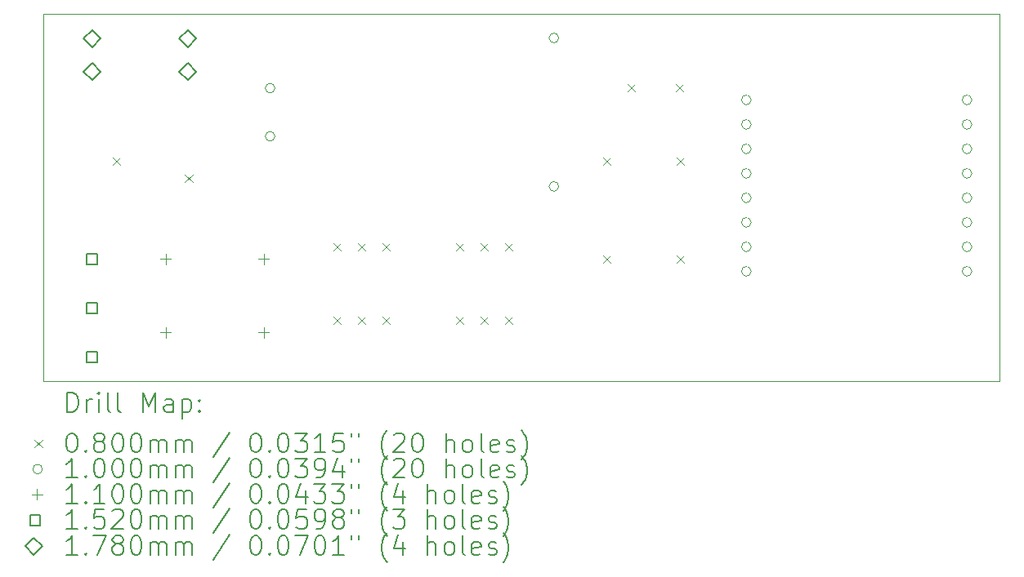
<source format=gbr>
%FSLAX45Y45*%
G04 Gerber Fmt 4.5, Leading zero omitted, Abs format (unit mm)*
G04 Created by KiCad (PCBNEW 6.0.2+dfsg-1) date 2023-09-22 14:52:35*
%MOMM*%
%LPD*%
G01*
G04 APERTURE LIST*
%TA.AperFunction,Profile*%
%ADD10C,0.100000*%
%TD*%
%ADD11C,0.200000*%
%ADD12C,0.080000*%
%ADD13C,0.100000*%
%ADD14C,0.110000*%
%ADD15C,0.152000*%
%ADD16C,0.178000*%
G04 APERTURE END LIST*
D10*
X1270000Y-1270000D02*
X11176000Y-1270000D01*
X11176000Y-5080000D02*
X1270000Y-5080000D01*
X11176000Y-1270000D02*
X11176000Y-5080000D01*
X1270000Y-5080000D02*
X1270000Y-1270000D01*
D11*
D12*
X1992000Y-2754000D02*
X2072000Y-2834000D01*
X2072000Y-2754000D02*
X1992000Y-2834000D01*
X2742000Y-2934000D02*
X2822000Y-3014000D01*
X2822000Y-2934000D02*
X2742000Y-3014000D01*
X4276500Y-3644000D02*
X4356500Y-3724000D01*
X4356500Y-3644000D02*
X4276500Y-3724000D01*
X4276500Y-4406000D02*
X4356500Y-4486000D01*
X4356500Y-4406000D02*
X4276500Y-4486000D01*
X4530500Y-3644000D02*
X4610500Y-3724000D01*
X4610500Y-3644000D02*
X4530500Y-3724000D01*
X4530500Y-4406000D02*
X4610500Y-4486000D01*
X4610500Y-4406000D02*
X4530500Y-4486000D01*
X4784500Y-3644000D02*
X4864500Y-3724000D01*
X4864500Y-3644000D02*
X4784500Y-3724000D01*
X4784500Y-4406000D02*
X4864500Y-4486000D01*
X4864500Y-4406000D02*
X4784500Y-4486000D01*
X5546500Y-3644000D02*
X5626500Y-3724000D01*
X5626500Y-3644000D02*
X5546500Y-3724000D01*
X5546500Y-4406000D02*
X5626500Y-4486000D01*
X5626500Y-4406000D02*
X5546500Y-4486000D01*
X5800500Y-3644000D02*
X5880500Y-3724000D01*
X5880500Y-3644000D02*
X5800500Y-3724000D01*
X5800500Y-4406000D02*
X5880500Y-4486000D01*
X5880500Y-4406000D02*
X5800500Y-4486000D01*
X6054500Y-3644000D02*
X6134500Y-3724000D01*
X6134500Y-3644000D02*
X6054500Y-3724000D01*
X6054500Y-4406000D02*
X6134500Y-4486000D01*
X6134500Y-4406000D02*
X6054500Y-4486000D01*
X7072000Y-2754000D02*
X7152000Y-2834000D01*
X7152000Y-2754000D02*
X7072000Y-2834000D01*
X7072000Y-3770000D02*
X7152000Y-3850000D01*
X7152000Y-3770000D02*
X7072000Y-3850000D01*
X7326000Y-1992000D02*
X7406000Y-2072000D01*
X7406000Y-1992000D02*
X7326000Y-2072000D01*
X7826000Y-1992000D02*
X7906000Y-2072000D01*
X7906000Y-1992000D02*
X7826000Y-2072000D01*
X7834000Y-2754000D02*
X7914000Y-2834000D01*
X7914000Y-2754000D02*
X7834000Y-2834000D01*
X7834000Y-3770000D02*
X7914000Y-3850000D01*
X7914000Y-3770000D02*
X7834000Y-3850000D01*
D13*
X3673750Y-2036000D02*
G75*
G03*
X3673750Y-2036000I-50000J0D01*
G01*
X3673750Y-2536000D02*
G75*
G03*
X3673750Y-2536000I-50000J0D01*
G01*
X6613750Y-1516000D02*
G75*
G03*
X6613750Y-1516000I-50000J0D01*
G01*
X6613750Y-3056000D02*
G75*
G03*
X6613750Y-3056000I-50000J0D01*
G01*
X8607500Y-2159000D02*
G75*
G03*
X8607500Y-2159000I-50000J0D01*
G01*
X8607500Y-2413000D02*
G75*
G03*
X8607500Y-2413000I-50000J0D01*
G01*
X8607500Y-2667000D02*
G75*
G03*
X8607500Y-2667000I-50000J0D01*
G01*
X8607500Y-2921000D02*
G75*
G03*
X8607500Y-2921000I-50000J0D01*
G01*
X8607500Y-3175000D02*
G75*
G03*
X8607500Y-3175000I-50000J0D01*
G01*
X8607500Y-3429000D02*
G75*
G03*
X8607500Y-3429000I-50000J0D01*
G01*
X8607500Y-3683000D02*
G75*
G03*
X8607500Y-3683000I-50000J0D01*
G01*
X8607500Y-3937000D02*
G75*
G03*
X8607500Y-3937000I-50000J0D01*
G01*
X10893500Y-2159000D02*
G75*
G03*
X10893500Y-2159000I-50000J0D01*
G01*
X10893500Y-2413000D02*
G75*
G03*
X10893500Y-2413000I-50000J0D01*
G01*
X10893500Y-2667000D02*
G75*
G03*
X10893500Y-2667000I-50000J0D01*
G01*
X10893500Y-2921000D02*
G75*
G03*
X10893500Y-2921000I-50000J0D01*
G01*
X10893500Y-3175000D02*
G75*
G03*
X10893500Y-3175000I-50000J0D01*
G01*
X10893500Y-3429000D02*
G75*
G03*
X10893500Y-3429000I-50000J0D01*
G01*
X10893500Y-3683000D02*
G75*
G03*
X10893500Y-3683000I-50000J0D01*
G01*
X10893500Y-3937000D02*
G75*
G03*
X10893500Y-3937000I-50000J0D01*
G01*
D14*
X2540000Y-3755000D02*
X2540000Y-3865000D01*
X2485000Y-3810000D02*
X2595000Y-3810000D01*
X2540000Y-4517000D02*
X2540000Y-4627000D01*
X2485000Y-4572000D02*
X2595000Y-4572000D01*
X3556000Y-3755000D02*
X3556000Y-3865000D01*
X3501000Y-3810000D02*
X3611000Y-3810000D01*
X3556000Y-4517000D02*
X3556000Y-4627000D01*
X3501000Y-4572000D02*
X3611000Y-4572000D01*
D15*
X1831741Y-3863741D02*
X1831741Y-3756259D01*
X1724259Y-3756259D01*
X1724259Y-3863741D01*
X1831741Y-3863741D01*
X1831741Y-4371741D02*
X1831741Y-4264259D01*
X1724259Y-4264259D01*
X1724259Y-4371741D01*
X1831741Y-4371741D01*
X1831741Y-4879741D02*
X1831741Y-4772259D01*
X1724259Y-4772259D01*
X1724259Y-4879741D01*
X1831741Y-4879741D01*
D16*
X1778000Y-1613000D02*
X1867000Y-1524000D01*
X1778000Y-1435000D01*
X1689000Y-1524000D01*
X1778000Y-1613000D01*
X1778000Y-1953000D02*
X1867000Y-1864000D01*
X1778000Y-1775000D01*
X1689000Y-1864000D01*
X1778000Y-1953000D01*
X2770000Y-1613000D02*
X2859000Y-1524000D01*
X2770000Y-1435000D01*
X2681000Y-1524000D01*
X2770000Y-1613000D01*
X2770000Y-1953000D02*
X2859000Y-1864000D01*
X2770000Y-1775000D01*
X2681000Y-1864000D01*
X2770000Y-1953000D01*
D11*
X1522619Y-5395476D02*
X1522619Y-5195476D01*
X1570238Y-5195476D01*
X1598809Y-5205000D01*
X1617857Y-5224048D01*
X1627381Y-5243095D01*
X1636905Y-5281190D01*
X1636905Y-5309762D01*
X1627381Y-5347857D01*
X1617857Y-5366905D01*
X1598809Y-5385952D01*
X1570238Y-5395476D01*
X1522619Y-5395476D01*
X1722619Y-5395476D02*
X1722619Y-5262143D01*
X1722619Y-5300238D02*
X1732143Y-5281190D01*
X1741667Y-5271667D01*
X1760714Y-5262143D01*
X1779762Y-5262143D01*
X1846428Y-5395476D02*
X1846428Y-5262143D01*
X1846428Y-5195476D02*
X1836905Y-5205000D01*
X1846428Y-5214524D01*
X1855952Y-5205000D01*
X1846428Y-5195476D01*
X1846428Y-5214524D01*
X1970238Y-5395476D02*
X1951190Y-5385952D01*
X1941667Y-5366905D01*
X1941667Y-5195476D01*
X2075000Y-5395476D02*
X2055952Y-5385952D01*
X2046428Y-5366905D01*
X2046428Y-5195476D01*
X2303571Y-5395476D02*
X2303571Y-5195476D01*
X2370238Y-5338333D01*
X2436905Y-5195476D01*
X2436905Y-5395476D01*
X2617857Y-5395476D02*
X2617857Y-5290714D01*
X2608333Y-5271667D01*
X2589286Y-5262143D01*
X2551190Y-5262143D01*
X2532143Y-5271667D01*
X2617857Y-5385952D02*
X2598810Y-5395476D01*
X2551190Y-5395476D01*
X2532143Y-5385952D01*
X2522619Y-5366905D01*
X2522619Y-5347857D01*
X2532143Y-5328810D01*
X2551190Y-5319286D01*
X2598810Y-5319286D01*
X2617857Y-5309762D01*
X2713095Y-5262143D02*
X2713095Y-5462143D01*
X2713095Y-5271667D02*
X2732143Y-5262143D01*
X2770238Y-5262143D01*
X2789286Y-5271667D01*
X2798809Y-5281190D01*
X2808333Y-5300238D01*
X2808333Y-5357381D01*
X2798809Y-5376429D01*
X2789286Y-5385952D01*
X2770238Y-5395476D01*
X2732143Y-5395476D01*
X2713095Y-5385952D01*
X2894048Y-5376429D02*
X2903571Y-5385952D01*
X2894048Y-5395476D01*
X2884524Y-5385952D01*
X2894048Y-5376429D01*
X2894048Y-5395476D01*
X2894048Y-5271667D02*
X2903571Y-5281190D01*
X2894048Y-5290714D01*
X2884524Y-5281190D01*
X2894048Y-5271667D01*
X2894048Y-5290714D01*
D12*
X1185000Y-5685000D02*
X1265000Y-5765000D01*
X1265000Y-5685000D02*
X1185000Y-5765000D01*
D11*
X1560714Y-5615476D02*
X1579762Y-5615476D01*
X1598809Y-5625000D01*
X1608333Y-5634524D01*
X1617857Y-5653571D01*
X1627381Y-5691667D01*
X1627381Y-5739286D01*
X1617857Y-5777381D01*
X1608333Y-5796428D01*
X1598809Y-5805952D01*
X1579762Y-5815476D01*
X1560714Y-5815476D01*
X1541667Y-5805952D01*
X1532143Y-5796428D01*
X1522619Y-5777381D01*
X1513095Y-5739286D01*
X1513095Y-5691667D01*
X1522619Y-5653571D01*
X1532143Y-5634524D01*
X1541667Y-5625000D01*
X1560714Y-5615476D01*
X1713095Y-5796428D02*
X1722619Y-5805952D01*
X1713095Y-5815476D01*
X1703571Y-5805952D01*
X1713095Y-5796428D01*
X1713095Y-5815476D01*
X1836905Y-5701190D02*
X1817857Y-5691667D01*
X1808333Y-5682143D01*
X1798809Y-5663095D01*
X1798809Y-5653571D01*
X1808333Y-5634524D01*
X1817857Y-5625000D01*
X1836905Y-5615476D01*
X1875000Y-5615476D01*
X1894048Y-5625000D01*
X1903571Y-5634524D01*
X1913095Y-5653571D01*
X1913095Y-5663095D01*
X1903571Y-5682143D01*
X1894048Y-5691667D01*
X1875000Y-5701190D01*
X1836905Y-5701190D01*
X1817857Y-5710714D01*
X1808333Y-5720238D01*
X1798809Y-5739286D01*
X1798809Y-5777381D01*
X1808333Y-5796428D01*
X1817857Y-5805952D01*
X1836905Y-5815476D01*
X1875000Y-5815476D01*
X1894048Y-5805952D01*
X1903571Y-5796428D01*
X1913095Y-5777381D01*
X1913095Y-5739286D01*
X1903571Y-5720238D01*
X1894048Y-5710714D01*
X1875000Y-5701190D01*
X2036905Y-5615476D02*
X2055952Y-5615476D01*
X2075000Y-5625000D01*
X2084524Y-5634524D01*
X2094048Y-5653571D01*
X2103571Y-5691667D01*
X2103571Y-5739286D01*
X2094048Y-5777381D01*
X2084524Y-5796428D01*
X2075000Y-5805952D01*
X2055952Y-5815476D01*
X2036905Y-5815476D01*
X2017857Y-5805952D01*
X2008333Y-5796428D01*
X1998809Y-5777381D01*
X1989286Y-5739286D01*
X1989286Y-5691667D01*
X1998809Y-5653571D01*
X2008333Y-5634524D01*
X2017857Y-5625000D01*
X2036905Y-5615476D01*
X2227381Y-5615476D02*
X2246429Y-5615476D01*
X2265476Y-5625000D01*
X2275000Y-5634524D01*
X2284524Y-5653571D01*
X2294048Y-5691667D01*
X2294048Y-5739286D01*
X2284524Y-5777381D01*
X2275000Y-5796428D01*
X2265476Y-5805952D01*
X2246429Y-5815476D01*
X2227381Y-5815476D01*
X2208333Y-5805952D01*
X2198810Y-5796428D01*
X2189286Y-5777381D01*
X2179762Y-5739286D01*
X2179762Y-5691667D01*
X2189286Y-5653571D01*
X2198810Y-5634524D01*
X2208333Y-5625000D01*
X2227381Y-5615476D01*
X2379762Y-5815476D02*
X2379762Y-5682143D01*
X2379762Y-5701190D02*
X2389286Y-5691667D01*
X2408333Y-5682143D01*
X2436905Y-5682143D01*
X2455952Y-5691667D01*
X2465476Y-5710714D01*
X2465476Y-5815476D01*
X2465476Y-5710714D02*
X2475000Y-5691667D01*
X2494048Y-5682143D01*
X2522619Y-5682143D01*
X2541667Y-5691667D01*
X2551190Y-5710714D01*
X2551190Y-5815476D01*
X2646429Y-5815476D02*
X2646429Y-5682143D01*
X2646429Y-5701190D02*
X2655952Y-5691667D01*
X2675000Y-5682143D01*
X2703571Y-5682143D01*
X2722619Y-5691667D01*
X2732143Y-5710714D01*
X2732143Y-5815476D01*
X2732143Y-5710714D02*
X2741667Y-5691667D01*
X2760714Y-5682143D01*
X2789286Y-5682143D01*
X2808333Y-5691667D01*
X2817857Y-5710714D01*
X2817857Y-5815476D01*
X3208333Y-5605952D02*
X3036905Y-5863095D01*
X3465476Y-5615476D02*
X3484524Y-5615476D01*
X3503571Y-5625000D01*
X3513095Y-5634524D01*
X3522619Y-5653571D01*
X3532143Y-5691667D01*
X3532143Y-5739286D01*
X3522619Y-5777381D01*
X3513095Y-5796428D01*
X3503571Y-5805952D01*
X3484524Y-5815476D01*
X3465476Y-5815476D01*
X3446428Y-5805952D01*
X3436905Y-5796428D01*
X3427381Y-5777381D01*
X3417857Y-5739286D01*
X3417857Y-5691667D01*
X3427381Y-5653571D01*
X3436905Y-5634524D01*
X3446428Y-5625000D01*
X3465476Y-5615476D01*
X3617857Y-5796428D02*
X3627381Y-5805952D01*
X3617857Y-5815476D01*
X3608333Y-5805952D01*
X3617857Y-5796428D01*
X3617857Y-5815476D01*
X3751190Y-5615476D02*
X3770238Y-5615476D01*
X3789286Y-5625000D01*
X3798809Y-5634524D01*
X3808333Y-5653571D01*
X3817857Y-5691667D01*
X3817857Y-5739286D01*
X3808333Y-5777381D01*
X3798809Y-5796428D01*
X3789286Y-5805952D01*
X3770238Y-5815476D01*
X3751190Y-5815476D01*
X3732143Y-5805952D01*
X3722619Y-5796428D01*
X3713095Y-5777381D01*
X3703571Y-5739286D01*
X3703571Y-5691667D01*
X3713095Y-5653571D01*
X3722619Y-5634524D01*
X3732143Y-5625000D01*
X3751190Y-5615476D01*
X3884524Y-5615476D02*
X4008333Y-5615476D01*
X3941667Y-5691667D01*
X3970238Y-5691667D01*
X3989286Y-5701190D01*
X3998809Y-5710714D01*
X4008333Y-5729762D01*
X4008333Y-5777381D01*
X3998809Y-5796428D01*
X3989286Y-5805952D01*
X3970238Y-5815476D01*
X3913095Y-5815476D01*
X3894048Y-5805952D01*
X3884524Y-5796428D01*
X4198810Y-5815476D02*
X4084524Y-5815476D01*
X4141667Y-5815476D02*
X4141667Y-5615476D01*
X4122619Y-5644048D01*
X4103571Y-5663095D01*
X4084524Y-5672619D01*
X4379762Y-5615476D02*
X4284524Y-5615476D01*
X4275000Y-5710714D01*
X4284524Y-5701190D01*
X4303571Y-5691667D01*
X4351190Y-5691667D01*
X4370238Y-5701190D01*
X4379762Y-5710714D01*
X4389286Y-5729762D01*
X4389286Y-5777381D01*
X4379762Y-5796428D01*
X4370238Y-5805952D01*
X4351190Y-5815476D01*
X4303571Y-5815476D01*
X4284524Y-5805952D01*
X4275000Y-5796428D01*
X4465476Y-5615476D02*
X4465476Y-5653571D01*
X4541667Y-5615476D02*
X4541667Y-5653571D01*
X4836905Y-5891667D02*
X4827381Y-5882143D01*
X4808333Y-5853571D01*
X4798810Y-5834524D01*
X4789286Y-5805952D01*
X4779762Y-5758333D01*
X4779762Y-5720238D01*
X4789286Y-5672619D01*
X4798810Y-5644048D01*
X4808333Y-5625000D01*
X4827381Y-5596428D01*
X4836905Y-5586905D01*
X4903571Y-5634524D02*
X4913095Y-5625000D01*
X4932143Y-5615476D01*
X4979762Y-5615476D01*
X4998810Y-5625000D01*
X5008333Y-5634524D01*
X5017857Y-5653571D01*
X5017857Y-5672619D01*
X5008333Y-5701190D01*
X4894048Y-5815476D01*
X5017857Y-5815476D01*
X5141667Y-5615476D02*
X5160714Y-5615476D01*
X5179762Y-5625000D01*
X5189286Y-5634524D01*
X5198810Y-5653571D01*
X5208333Y-5691667D01*
X5208333Y-5739286D01*
X5198810Y-5777381D01*
X5189286Y-5796428D01*
X5179762Y-5805952D01*
X5160714Y-5815476D01*
X5141667Y-5815476D01*
X5122619Y-5805952D01*
X5113095Y-5796428D01*
X5103571Y-5777381D01*
X5094048Y-5739286D01*
X5094048Y-5691667D01*
X5103571Y-5653571D01*
X5113095Y-5634524D01*
X5122619Y-5625000D01*
X5141667Y-5615476D01*
X5446429Y-5815476D02*
X5446429Y-5615476D01*
X5532143Y-5815476D02*
X5532143Y-5710714D01*
X5522619Y-5691667D01*
X5503571Y-5682143D01*
X5475000Y-5682143D01*
X5455952Y-5691667D01*
X5446429Y-5701190D01*
X5655952Y-5815476D02*
X5636905Y-5805952D01*
X5627381Y-5796428D01*
X5617857Y-5777381D01*
X5617857Y-5720238D01*
X5627381Y-5701190D01*
X5636905Y-5691667D01*
X5655952Y-5682143D01*
X5684524Y-5682143D01*
X5703571Y-5691667D01*
X5713095Y-5701190D01*
X5722619Y-5720238D01*
X5722619Y-5777381D01*
X5713095Y-5796428D01*
X5703571Y-5805952D01*
X5684524Y-5815476D01*
X5655952Y-5815476D01*
X5836905Y-5815476D02*
X5817857Y-5805952D01*
X5808333Y-5786905D01*
X5808333Y-5615476D01*
X5989286Y-5805952D02*
X5970238Y-5815476D01*
X5932143Y-5815476D01*
X5913095Y-5805952D01*
X5903571Y-5786905D01*
X5903571Y-5710714D01*
X5913095Y-5691667D01*
X5932143Y-5682143D01*
X5970238Y-5682143D01*
X5989286Y-5691667D01*
X5998809Y-5710714D01*
X5998809Y-5729762D01*
X5903571Y-5748809D01*
X6075000Y-5805952D02*
X6094048Y-5815476D01*
X6132143Y-5815476D01*
X6151190Y-5805952D01*
X6160714Y-5786905D01*
X6160714Y-5777381D01*
X6151190Y-5758333D01*
X6132143Y-5748809D01*
X6103571Y-5748809D01*
X6084524Y-5739286D01*
X6075000Y-5720238D01*
X6075000Y-5710714D01*
X6084524Y-5691667D01*
X6103571Y-5682143D01*
X6132143Y-5682143D01*
X6151190Y-5691667D01*
X6227381Y-5891667D02*
X6236905Y-5882143D01*
X6255952Y-5853571D01*
X6265476Y-5834524D01*
X6275000Y-5805952D01*
X6284524Y-5758333D01*
X6284524Y-5720238D01*
X6275000Y-5672619D01*
X6265476Y-5644048D01*
X6255952Y-5625000D01*
X6236905Y-5596428D01*
X6227381Y-5586905D01*
D13*
X1265000Y-5989000D02*
G75*
G03*
X1265000Y-5989000I-50000J0D01*
G01*
D11*
X1627381Y-6079476D02*
X1513095Y-6079476D01*
X1570238Y-6079476D02*
X1570238Y-5879476D01*
X1551190Y-5908048D01*
X1532143Y-5927095D01*
X1513095Y-5936619D01*
X1713095Y-6060428D02*
X1722619Y-6069952D01*
X1713095Y-6079476D01*
X1703571Y-6069952D01*
X1713095Y-6060428D01*
X1713095Y-6079476D01*
X1846428Y-5879476D02*
X1865476Y-5879476D01*
X1884524Y-5889000D01*
X1894048Y-5898524D01*
X1903571Y-5917571D01*
X1913095Y-5955667D01*
X1913095Y-6003286D01*
X1903571Y-6041381D01*
X1894048Y-6060428D01*
X1884524Y-6069952D01*
X1865476Y-6079476D01*
X1846428Y-6079476D01*
X1827381Y-6069952D01*
X1817857Y-6060428D01*
X1808333Y-6041381D01*
X1798809Y-6003286D01*
X1798809Y-5955667D01*
X1808333Y-5917571D01*
X1817857Y-5898524D01*
X1827381Y-5889000D01*
X1846428Y-5879476D01*
X2036905Y-5879476D02*
X2055952Y-5879476D01*
X2075000Y-5889000D01*
X2084524Y-5898524D01*
X2094048Y-5917571D01*
X2103571Y-5955667D01*
X2103571Y-6003286D01*
X2094048Y-6041381D01*
X2084524Y-6060428D01*
X2075000Y-6069952D01*
X2055952Y-6079476D01*
X2036905Y-6079476D01*
X2017857Y-6069952D01*
X2008333Y-6060428D01*
X1998809Y-6041381D01*
X1989286Y-6003286D01*
X1989286Y-5955667D01*
X1998809Y-5917571D01*
X2008333Y-5898524D01*
X2017857Y-5889000D01*
X2036905Y-5879476D01*
X2227381Y-5879476D02*
X2246429Y-5879476D01*
X2265476Y-5889000D01*
X2275000Y-5898524D01*
X2284524Y-5917571D01*
X2294048Y-5955667D01*
X2294048Y-6003286D01*
X2284524Y-6041381D01*
X2275000Y-6060428D01*
X2265476Y-6069952D01*
X2246429Y-6079476D01*
X2227381Y-6079476D01*
X2208333Y-6069952D01*
X2198810Y-6060428D01*
X2189286Y-6041381D01*
X2179762Y-6003286D01*
X2179762Y-5955667D01*
X2189286Y-5917571D01*
X2198810Y-5898524D01*
X2208333Y-5889000D01*
X2227381Y-5879476D01*
X2379762Y-6079476D02*
X2379762Y-5946143D01*
X2379762Y-5965190D02*
X2389286Y-5955667D01*
X2408333Y-5946143D01*
X2436905Y-5946143D01*
X2455952Y-5955667D01*
X2465476Y-5974714D01*
X2465476Y-6079476D01*
X2465476Y-5974714D02*
X2475000Y-5955667D01*
X2494048Y-5946143D01*
X2522619Y-5946143D01*
X2541667Y-5955667D01*
X2551190Y-5974714D01*
X2551190Y-6079476D01*
X2646429Y-6079476D02*
X2646429Y-5946143D01*
X2646429Y-5965190D02*
X2655952Y-5955667D01*
X2675000Y-5946143D01*
X2703571Y-5946143D01*
X2722619Y-5955667D01*
X2732143Y-5974714D01*
X2732143Y-6079476D01*
X2732143Y-5974714D02*
X2741667Y-5955667D01*
X2760714Y-5946143D01*
X2789286Y-5946143D01*
X2808333Y-5955667D01*
X2817857Y-5974714D01*
X2817857Y-6079476D01*
X3208333Y-5869952D02*
X3036905Y-6127095D01*
X3465476Y-5879476D02*
X3484524Y-5879476D01*
X3503571Y-5889000D01*
X3513095Y-5898524D01*
X3522619Y-5917571D01*
X3532143Y-5955667D01*
X3532143Y-6003286D01*
X3522619Y-6041381D01*
X3513095Y-6060428D01*
X3503571Y-6069952D01*
X3484524Y-6079476D01*
X3465476Y-6079476D01*
X3446428Y-6069952D01*
X3436905Y-6060428D01*
X3427381Y-6041381D01*
X3417857Y-6003286D01*
X3417857Y-5955667D01*
X3427381Y-5917571D01*
X3436905Y-5898524D01*
X3446428Y-5889000D01*
X3465476Y-5879476D01*
X3617857Y-6060428D02*
X3627381Y-6069952D01*
X3617857Y-6079476D01*
X3608333Y-6069952D01*
X3617857Y-6060428D01*
X3617857Y-6079476D01*
X3751190Y-5879476D02*
X3770238Y-5879476D01*
X3789286Y-5889000D01*
X3798809Y-5898524D01*
X3808333Y-5917571D01*
X3817857Y-5955667D01*
X3817857Y-6003286D01*
X3808333Y-6041381D01*
X3798809Y-6060428D01*
X3789286Y-6069952D01*
X3770238Y-6079476D01*
X3751190Y-6079476D01*
X3732143Y-6069952D01*
X3722619Y-6060428D01*
X3713095Y-6041381D01*
X3703571Y-6003286D01*
X3703571Y-5955667D01*
X3713095Y-5917571D01*
X3722619Y-5898524D01*
X3732143Y-5889000D01*
X3751190Y-5879476D01*
X3884524Y-5879476D02*
X4008333Y-5879476D01*
X3941667Y-5955667D01*
X3970238Y-5955667D01*
X3989286Y-5965190D01*
X3998809Y-5974714D01*
X4008333Y-5993762D01*
X4008333Y-6041381D01*
X3998809Y-6060428D01*
X3989286Y-6069952D01*
X3970238Y-6079476D01*
X3913095Y-6079476D01*
X3894048Y-6069952D01*
X3884524Y-6060428D01*
X4103571Y-6079476D02*
X4141667Y-6079476D01*
X4160714Y-6069952D01*
X4170238Y-6060428D01*
X4189286Y-6031857D01*
X4198810Y-5993762D01*
X4198810Y-5917571D01*
X4189286Y-5898524D01*
X4179762Y-5889000D01*
X4160714Y-5879476D01*
X4122619Y-5879476D01*
X4103571Y-5889000D01*
X4094048Y-5898524D01*
X4084524Y-5917571D01*
X4084524Y-5965190D01*
X4094048Y-5984238D01*
X4103571Y-5993762D01*
X4122619Y-6003286D01*
X4160714Y-6003286D01*
X4179762Y-5993762D01*
X4189286Y-5984238D01*
X4198810Y-5965190D01*
X4370238Y-5946143D02*
X4370238Y-6079476D01*
X4322619Y-5869952D02*
X4275000Y-6012809D01*
X4398810Y-6012809D01*
X4465476Y-5879476D02*
X4465476Y-5917571D01*
X4541667Y-5879476D02*
X4541667Y-5917571D01*
X4836905Y-6155667D02*
X4827381Y-6146143D01*
X4808333Y-6117571D01*
X4798810Y-6098524D01*
X4789286Y-6069952D01*
X4779762Y-6022333D01*
X4779762Y-5984238D01*
X4789286Y-5936619D01*
X4798810Y-5908048D01*
X4808333Y-5889000D01*
X4827381Y-5860428D01*
X4836905Y-5850905D01*
X4903571Y-5898524D02*
X4913095Y-5889000D01*
X4932143Y-5879476D01*
X4979762Y-5879476D01*
X4998810Y-5889000D01*
X5008333Y-5898524D01*
X5017857Y-5917571D01*
X5017857Y-5936619D01*
X5008333Y-5965190D01*
X4894048Y-6079476D01*
X5017857Y-6079476D01*
X5141667Y-5879476D02*
X5160714Y-5879476D01*
X5179762Y-5889000D01*
X5189286Y-5898524D01*
X5198810Y-5917571D01*
X5208333Y-5955667D01*
X5208333Y-6003286D01*
X5198810Y-6041381D01*
X5189286Y-6060428D01*
X5179762Y-6069952D01*
X5160714Y-6079476D01*
X5141667Y-6079476D01*
X5122619Y-6069952D01*
X5113095Y-6060428D01*
X5103571Y-6041381D01*
X5094048Y-6003286D01*
X5094048Y-5955667D01*
X5103571Y-5917571D01*
X5113095Y-5898524D01*
X5122619Y-5889000D01*
X5141667Y-5879476D01*
X5446429Y-6079476D02*
X5446429Y-5879476D01*
X5532143Y-6079476D02*
X5532143Y-5974714D01*
X5522619Y-5955667D01*
X5503571Y-5946143D01*
X5475000Y-5946143D01*
X5455952Y-5955667D01*
X5446429Y-5965190D01*
X5655952Y-6079476D02*
X5636905Y-6069952D01*
X5627381Y-6060428D01*
X5617857Y-6041381D01*
X5617857Y-5984238D01*
X5627381Y-5965190D01*
X5636905Y-5955667D01*
X5655952Y-5946143D01*
X5684524Y-5946143D01*
X5703571Y-5955667D01*
X5713095Y-5965190D01*
X5722619Y-5984238D01*
X5722619Y-6041381D01*
X5713095Y-6060428D01*
X5703571Y-6069952D01*
X5684524Y-6079476D01*
X5655952Y-6079476D01*
X5836905Y-6079476D02*
X5817857Y-6069952D01*
X5808333Y-6050905D01*
X5808333Y-5879476D01*
X5989286Y-6069952D02*
X5970238Y-6079476D01*
X5932143Y-6079476D01*
X5913095Y-6069952D01*
X5903571Y-6050905D01*
X5903571Y-5974714D01*
X5913095Y-5955667D01*
X5932143Y-5946143D01*
X5970238Y-5946143D01*
X5989286Y-5955667D01*
X5998809Y-5974714D01*
X5998809Y-5993762D01*
X5903571Y-6012809D01*
X6075000Y-6069952D02*
X6094048Y-6079476D01*
X6132143Y-6079476D01*
X6151190Y-6069952D01*
X6160714Y-6050905D01*
X6160714Y-6041381D01*
X6151190Y-6022333D01*
X6132143Y-6012809D01*
X6103571Y-6012809D01*
X6084524Y-6003286D01*
X6075000Y-5984238D01*
X6075000Y-5974714D01*
X6084524Y-5955667D01*
X6103571Y-5946143D01*
X6132143Y-5946143D01*
X6151190Y-5955667D01*
X6227381Y-6155667D02*
X6236905Y-6146143D01*
X6255952Y-6117571D01*
X6265476Y-6098524D01*
X6275000Y-6069952D01*
X6284524Y-6022333D01*
X6284524Y-5984238D01*
X6275000Y-5936619D01*
X6265476Y-5908048D01*
X6255952Y-5889000D01*
X6236905Y-5860428D01*
X6227381Y-5850905D01*
D14*
X1210000Y-6198000D02*
X1210000Y-6308000D01*
X1155000Y-6253000D02*
X1265000Y-6253000D01*
D11*
X1627381Y-6343476D02*
X1513095Y-6343476D01*
X1570238Y-6343476D02*
X1570238Y-6143476D01*
X1551190Y-6172048D01*
X1532143Y-6191095D01*
X1513095Y-6200619D01*
X1713095Y-6324428D02*
X1722619Y-6333952D01*
X1713095Y-6343476D01*
X1703571Y-6333952D01*
X1713095Y-6324428D01*
X1713095Y-6343476D01*
X1913095Y-6343476D02*
X1798809Y-6343476D01*
X1855952Y-6343476D02*
X1855952Y-6143476D01*
X1836905Y-6172048D01*
X1817857Y-6191095D01*
X1798809Y-6200619D01*
X2036905Y-6143476D02*
X2055952Y-6143476D01*
X2075000Y-6153000D01*
X2084524Y-6162524D01*
X2094048Y-6181571D01*
X2103571Y-6219667D01*
X2103571Y-6267286D01*
X2094048Y-6305381D01*
X2084524Y-6324428D01*
X2075000Y-6333952D01*
X2055952Y-6343476D01*
X2036905Y-6343476D01*
X2017857Y-6333952D01*
X2008333Y-6324428D01*
X1998809Y-6305381D01*
X1989286Y-6267286D01*
X1989286Y-6219667D01*
X1998809Y-6181571D01*
X2008333Y-6162524D01*
X2017857Y-6153000D01*
X2036905Y-6143476D01*
X2227381Y-6143476D02*
X2246429Y-6143476D01*
X2265476Y-6153000D01*
X2275000Y-6162524D01*
X2284524Y-6181571D01*
X2294048Y-6219667D01*
X2294048Y-6267286D01*
X2284524Y-6305381D01*
X2275000Y-6324428D01*
X2265476Y-6333952D01*
X2246429Y-6343476D01*
X2227381Y-6343476D01*
X2208333Y-6333952D01*
X2198810Y-6324428D01*
X2189286Y-6305381D01*
X2179762Y-6267286D01*
X2179762Y-6219667D01*
X2189286Y-6181571D01*
X2198810Y-6162524D01*
X2208333Y-6153000D01*
X2227381Y-6143476D01*
X2379762Y-6343476D02*
X2379762Y-6210143D01*
X2379762Y-6229190D02*
X2389286Y-6219667D01*
X2408333Y-6210143D01*
X2436905Y-6210143D01*
X2455952Y-6219667D01*
X2465476Y-6238714D01*
X2465476Y-6343476D01*
X2465476Y-6238714D02*
X2475000Y-6219667D01*
X2494048Y-6210143D01*
X2522619Y-6210143D01*
X2541667Y-6219667D01*
X2551190Y-6238714D01*
X2551190Y-6343476D01*
X2646429Y-6343476D02*
X2646429Y-6210143D01*
X2646429Y-6229190D02*
X2655952Y-6219667D01*
X2675000Y-6210143D01*
X2703571Y-6210143D01*
X2722619Y-6219667D01*
X2732143Y-6238714D01*
X2732143Y-6343476D01*
X2732143Y-6238714D02*
X2741667Y-6219667D01*
X2760714Y-6210143D01*
X2789286Y-6210143D01*
X2808333Y-6219667D01*
X2817857Y-6238714D01*
X2817857Y-6343476D01*
X3208333Y-6133952D02*
X3036905Y-6391095D01*
X3465476Y-6143476D02*
X3484524Y-6143476D01*
X3503571Y-6153000D01*
X3513095Y-6162524D01*
X3522619Y-6181571D01*
X3532143Y-6219667D01*
X3532143Y-6267286D01*
X3522619Y-6305381D01*
X3513095Y-6324428D01*
X3503571Y-6333952D01*
X3484524Y-6343476D01*
X3465476Y-6343476D01*
X3446428Y-6333952D01*
X3436905Y-6324428D01*
X3427381Y-6305381D01*
X3417857Y-6267286D01*
X3417857Y-6219667D01*
X3427381Y-6181571D01*
X3436905Y-6162524D01*
X3446428Y-6153000D01*
X3465476Y-6143476D01*
X3617857Y-6324428D02*
X3627381Y-6333952D01*
X3617857Y-6343476D01*
X3608333Y-6333952D01*
X3617857Y-6324428D01*
X3617857Y-6343476D01*
X3751190Y-6143476D02*
X3770238Y-6143476D01*
X3789286Y-6153000D01*
X3798809Y-6162524D01*
X3808333Y-6181571D01*
X3817857Y-6219667D01*
X3817857Y-6267286D01*
X3808333Y-6305381D01*
X3798809Y-6324428D01*
X3789286Y-6333952D01*
X3770238Y-6343476D01*
X3751190Y-6343476D01*
X3732143Y-6333952D01*
X3722619Y-6324428D01*
X3713095Y-6305381D01*
X3703571Y-6267286D01*
X3703571Y-6219667D01*
X3713095Y-6181571D01*
X3722619Y-6162524D01*
X3732143Y-6153000D01*
X3751190Y-6143476D01*
X3989286Y-6210143D02*
X3989286Y-6343476D01*
X3941667Y-6133952D02*
X3894048Y-6276809D01*
X4017857Y-6276809D01*
X4075000Y-6143476D02*
X4198810Y-6143476D01*
X4132143Y-6219667D01*
X4160714Y-6219667D01*
X4179762Y-6229190D01*
X4189286Y-6238714D01*
X4198810Y-6257762D01*
X4198810Y-6305381D01*
X4189286Y-6324428D01*
X4179762Y-6333952D01*
X4160714Y-6343476D01*
X4103571Y-6343476D01*
X4084524Y-6333952D01*
X4075000Y-6324428D01*
X4265476Y-6143476D02*
X4389286Y-6143476D01*
X4322619Y-6219667D01*
X4351190Y-6219667D01*
X4370238Y-6229190D01*
X4379762Y-6238714D01*
X4389286Y-6257762D01*
X4389286Y-6305381D01*
X4379762Y-6324428D01*
X4370238Y-6333952D01*
X4351190Y-6343476D01*
X4294048Y-6343476D01*
X4275000Y-6333952D01*
X4265476Y-6324428D01*
X4465476Y-6143476D02*
X4465476Y-6181571D01*
X4541667Y-6143476D02*
X4541667Y-6181571D01*
X4836905Y-6419667D02*
X4827381Y-6410143D01*
X4808333Y-6381571D01*
X4798810Y-6362524D01*
X4789286Y-6333952D01*
X4779762Y-6286333D01*
X4779762Y-6248238D01*
X4789286Y-6200619D01*
X4798810Y-6172048D01*
X4808333Y-6153000D01*
X4827381Y-6124428D01*
X4836905Y-6114905D01*
X4998810Y-6210143D02*
X4998810Y-6343476D01*
X4951190Y-6133952D02*
X4903571Y-6276809D01*
X5027381Y-6276809D01*
X5255952Y-6343476D02*
X5255952Y-6143476D01*
X5341667Y-6343476D02*
X5341667Y-6238714D01*
X5332143Y-6219667D01*
X5313095Y-6210143D01*
X5284524Y-6210143D01*
X5265476Y-6219667D01*
X5255952Y-6229190D01*
X5465476Y-6343476D02*
X5446429Y-6333952D01*
X5436905Y-6324428D01*
X5427381Y-6305381D01*
X5427381Y-6248238D01*
X5436905Y-6229190D01*
X5446429Y-6219667D01*
X5465476Y-6210143D01*
X5494048Y-6210143D01*
X5513095Y-6219667D01*
X5522619Y-6229190D01*
X5532143Y-6248238D01*
X5532143Y-6305381D01*
X5522619Y-6324428D01*
X5513095Y-6333952D01*
X5494048Y-6343476D01*
X5465476Y-6343476D01*
X5646428Y-6343476D02*
X5627381Y-6333952D01*
X5617857Y-6314905D01*
X5617857Y-6143476D01*
X5798809Y-6333952D02*
X5779762Y-6343476D01*
X5741667Y-6343476D01*
X5722619Y-6333952D01*
X5713095Y-6314905D01*
X5713095Y-6238714D01*
X5722619Y-6219667D01*
X5741667Y-6210143D01*
X5779762Y-6210143D01*
X5798809Y-6219667D01*
X5808333Y-6238714D01*
X5808333Y-6257762D01*
X5713095Y-6276809D01*
X5884524Y-6333952D02*
X5903571Y-6343476D01*
X5941667Y-6343476D01*
X5960714Y-6333952D01*
X5970238Y-6314905D01*
X5970238Y-6305381D01*
X5960714Y-6286333D01*
X5941667Y-6276809D01*
X5913095Y-6276809D01*
X5894048Y-6267286D01*
X5884524Y-6248238D01*
X5884524Y-6238714D01*
X5894048Y-6219667D01*
X5913095Y-6210143D01*
X5941667Y-6210143D01*
X5960714Y-6219667D01*
X6036905Y-6419667D02*
X6046428Y-6410143D01*
X6065476Y-6381571D01*
X6075000Y-6362524D01*
X6084524Y-6333952D01*
X6094048Y-6286333D01*
X6094048Y-6248238D01*
X6084524Y-6200619D01*
X6075000Y-6172048D01*
X6065476Y-6153000D01*
X6046428Y-6124428D01*
X6036905Y-6114905D01*
D15*
X1242741Y-6570741D02*
X1242741Y-6463259D01*
X1135259Y-6463259D01*
X1135259Y-6570741D01*
X1242741Y-6570741D01*
D11*
X1627381Y-6607476D02*
X1513095Y-6607476D01*
X1570238Y-6607476D02*
X1570238Y-6407476D01*
X1551190Y-6436048D01*
X1532143Y-6455095D01*
X1513095Y-6464619D01*
X1713095Y-6588428D02*
X1722619Y-6597952D01*
X1713095Y-6607476D01*
X1703571Y-6597952D01*
X1713095Y-6588428D01*
X1713095Y-6607476D01*
X1903571Y-6407476D02*
X1808333Y-6407476D01*
X1798809Y-6502714D01*
X1808333Y-6493190D01*
X1827381Y-6483667D01*
X1875000Y-6483667D01*
X1894048Y-6493190D01*
X1903571Y-6502714D01*
X1913095Y-6521762D01*
X1913095Y-6569381D01*
X1903571Y-6588428D01*
X1894048Y-6597952D01*
X1875000Y-6607476D01*
X1827381Y-6607476D01*
X1808333Y-6597952D01*
X1798809Y-6588428D01*
X1989286Y-6426524D02*
X1998809Y-6417000D01*
X2017857Y-6407476D01*
X2065476Y-6407476D01*
X2084524Y-6417000D01*
X2094048Y-6426524D01*
X2103571Y-6445571D01*
X2103571Y-6464619D01*
X2094048Y-6493190D01*
X1979762Y-6607476D01*
X2103571Y-6607476D01*
X2227381Y-6407476D02*
X2246429Y-6407476D01*
X2265476Y-6417000D01*
X2275000Y-6426524D01*
X2284524Y-6445571D01*
X2294048Y-6483667D01*
X2294048Y-6531286D01*
X2284524Y-6569381D01*
X2275000Y-6588428D01*
X2265476Y-6597952D01*
X2246429Y-6607476D01*
X2227381Y-6607476D01*
X2208333Y-6597952D01*
X2198810Y-6588428D01*
X2189286Y-6569381D01*
X2179762Y-6531286D01*
X2179762Y-6483667D01*
X2189286Y-6445571D01*
X2198810Y-6426524D01*
X2208333Y-6417000D01*
X2227381Y-6407476D01*
X2379762Y-6607476D02*
X2379762Y-6474143D01*
X2379762Y-6493190D02*
X2389286Y-6483667D01*
X2408333Y-6474143D01*
X2436905Y-6474143D01*
X2455952Y-6483667D01*
X2465476Y-6502714D01*
X2465476Y-6607476D01*
X2465476Y-6502714D02*
X2475000Y-6483667D01*
X2494048Y-6474143D01*
X2522619Y-6474143D01*
X2541667Y-6483667D01*
X2551190Y-6502714D01*
X2551190Y-6607476D01*
X2646429Y-6607476D02*
X2646429Y-6474143D01*
X2646429Y-6493190D02*
X2655952Y-6483667D01*
X2675000Y-6474143D01*
X2703571Y-6474143D01*
X2722619Y-6483667D01*
X2732143Y-6502714D01*
X2732143Y-6607476D01*
X2732143Y-6502714D02*
X2741667Y-6483667D01*
X2760714Y-6474143D01*
X2789286Y-6474143D01*
X2808333Y-6483667D01*
X2817857Y-6502714D01*
X2817857Y-6607476D01*
X3208333Y-6397952D02*
X3036905Y-6655095D01*
X3465476Y-6407476D02*
X3484524Y-6407476D01*
X3503571Y-6417000D01*
X3513095Y-6426524D01*
X3522619Y-6445571D01*
X3532143Y-6483667D01*
X3532143Y-6531286D01*
X3522619Y-6569381D01*
X3513095Y-6588428D01*
X3503571Y-6597952D01*
X3484524Y-6607476D01*
X3465476Y-6607476D01*
X3446428Y-6597952D01*
X3436905Y-6588428D01*
X3427381Y-6569381D01*
X3417857Y-6531286D01*
X3417857Y-6483667D01*
X3427381Y-6445571D01*
X3436905Y-6426524D01*
X3446428Y-6417000D01*
X3465476Y-6407476D01*
X3617857Y-6588428D02*
X3627381Y-6597952D01*
X3617857Y-6607476D01*
X3608333Y-6597952D01*
X3617857Y-6588428D01*
X3617857Y-6607476D01*
X3751190Y-6407476D02*
X3770238Y-6407476D01*
X3789286Y-6417000D01*
X3798809Y-6426524D01*
X3808333Y-6445571D01*
X3817857Y-6483667D01*
X3817857Y-6531286D01*
X3808333Y-6569381D01*
X3798809Y-6588428D01*
X3789286Y-6597952D01*
X3770238Y-6607476D01*
X3751190Y-6607476D01*
X3732143Y-6597952D01*
X3722619Y-6588428D01*
X3713095Y-6569381D01*
X3703571Y-6531286D01*
X3703571Y-6483667D01*
X3713095Y-6445571D01*
X3722619Y-6426524D01*
X3732143Y-6417000D01*
X3751190Y-6407476D01*
X3998809Y-6407476D02*
X3903571Y-6407476D01*
X3894048Y-6502714D01*
X3903571Y-6493190D01*
X3922619Y-6483667D01*
X3970238Y-6483667D01*
X3989286Y-6493190D01*
X3998809Y-6502714D01*
X4008333Y-6521762D01*
X4008333Y-6569381D01*
X3998809Y-6588428D01*
X3989286Y-6597952D01*
X3970238Y-6607476D01*
X3922619Y-6607476D01*
X3903571Y-6597952D01*
X3894048Y-6588428D01*
X4103571Y-6607476D02*
X4141667Y-6607476D01*
X4160714Y-6597952D01*
X4170238Y-6588428D01*
X4189286Y-6559857D01*
X4198810Y-6521762D01*
X4198810Y-6445571D01*
X4189286Y-6426524D01*
X4179762Y-6417000D01*
X4160714Y-6407476D01*
X4122619Y-6407476D01*
X4103571Y-6417000D01*
X4094048Y-6426524D01*
X4084524Y-6445571D01*
X4084524Y-6493190D01*
X4094048Y-6512238D01*
X4103571Y-6521762D01*
X4122619Y-6531286D01*
X4160714Y-6531286D01*
X4179762Y-6521762D01*
X4189286Y-6512238D01*
X4198810Y-6493190D01*
X4313095Y-6493190D02*
X4294048Y-6483667D01*
X4284524Y-6474143D01*
X4275000Y-6455095D01*
X4275000Y-6445571D01*
X4284524Y-6426524D01*
X4294048Y-6417000D01*
X4313095Y-6407476D01*
X4351190Y-6407476D01*
X4370238Y-6417000D01*
X4379762Y-6426524D01*
X4389286Y-6445571D01*
X4389286Y-6455095D01*
X4379762Y-6474143D01*
X4370238Y-6483667D01*
X4351190Y-6493190D01*
X4313095Y-6493190D01*
X4294048Y-6502714D01*
X4284524Y-6512238D01*
X4275000Y-6531286D01*
X4275000Y-6569381D01*
X4284524Y-6588428D01*
X4294048Y-6597952D01*
X4313095Y-6607476D01*
X4351190Y-6607476D01*
X4370238Y-6597952D01*
X4379762Y-6588428D01*
X4389286Y-6569381D01*
X4389286Y-6531286D01*
X4379762Y-6512238D01*
X4370238Y-6502714D01*
X4351190Y-6493190D01*
X4465476Y-6407476D02*
X4465476Y-6445571D01*
X4541667Y-6407476D02*
X4541667Y-6445571D01*
X4836905Y-6683667D02*
X4827381Y-6674143D01*
X4808333Y-6645571D01*
X4798810Y-6626524D01*
X4789286Y-6597952D01*
X4779762Y-6550333D01*
X4779762Y-6512238D01*
X4789286Y-6464619D01*
X4798810Y-6436048D01*
X4808333Y-6417000D01*
X4827381Y-6388428D01*
X4836905Y-6378905D01*
X4894048Y-6407476D02*
X5017857Y-6407476D01*
X4951190Y-6483667D01*
X4979762Y-6483667D01*
X4998810Y-6493190D01*
X5008333Y-6502714D01*
X5017857Y-6521762D01*
X5017857Y-6569381D01*
X5008333Y-6588428D01*
X4998810Y-6597952D01*
X4979762Y-6607476D01*
X4922619Y-6607476D01*
X4903571Y-6597952D01*
X4894048Y-6588428D01*
X5255952Y-6607476D02*
X5255952Y-6407476D01*
X5341667Y-6607476D02*
X5341667Y-6502714D01*
X5332143Y-6483667D01*
X5313095Y-6474143D01*
X5284524Y-6474143D01*
X5265476Y-6483667D01*
X5255952Y-6493190D01*
X5465476Y-6607476D02*
X5446429Y-6597952D01*
X5436905Y-6588428D01*
X5427381Y-6569381D01*
X5427381Y-6512238D01*
X5436905Y-6493190D01*
X5446429Y-6483667D01*
X5465476Y-6474143D01*
X5494048Y-6474143D01*
X5513095Y-6483667D01*
X5522619Y-6493190D01*
X5532143Y-6512238D01*
X5532143Y-6569381D01*
X5522619Y-6588428D01*
X5513095Y-6597952D01*
X5494048Y-6607476D01*
X5465476Y-6607476D01*
X5646428Y-6607476D02*
X5627381Y-6597952D01*
X5617857Y-6578905D01*
X5617857Y-6407476D01*
X5798809Y-6597952D02*
X5779762Y-6607476D01*
X5741667Y-6607476D01*
X5722619Y-6597952D01*
X5713095Y-6578905D01*
X5713095Y-6502714D01*
X5722619Y-6483667D01*
X5741667Y-6474143D01*
X5779762Y-6474143D01*
X5798809Y-6483667D01*
X5808333Y-6502714D01*
X5808333Y-6521762D01*
X5713095Y-6540809D01*
X5884524Y-6597952D02*
X5903571Y-6607476D01*
X5941667Y-6607476D01*
X5960714Y-6597952D01*
X5970238Y-6578905D01*
X5970238Y-6569381D01*
X5960714Y-6550333D01*
X5941667Y-6540809D01*
X5913095Y-6540809D01*
X5894048Y-6531286D01*
X5884524Y-6512238D01*
X5884524Y-6502714D01*
X5894048Y-6483667D01*
X5913095Y-6474143D01*
X5941667Y-6474143D01*
X5960714Y-6483667D01*
X6036905Y-6683667D02*
X6046428Y-6674143D01*
X6065476Y-6645571D01*
X6075000Y-6626524D01*
X6084524Y-6597952D01*
X6094048Y-6550333D01*
X6094048Y-6512238D01*
X6084524Y-6464619D01*
X6075000Y-6436048D01*
X6065476Y-6417000D01*
X6046428Y-6388428D01*
X6036905Y-6378905D01*
D16*
X1176000Y-6878000D02*
X1265000Y-6789000D01*
X1176000Y-6700000D01*
X1087000Y-6789000D01*
X1176000Y-6878000D01*
D11*
X1627381Y-6879476D02*
X1513095Y-6879476D01*
X1570238Y-6879476D02*
X1570238Y-6679476D01*
X1551190Y-6708048D01*
X1532143Y-6727095D01*
X1513095Y-6736619D01*
X1713095Y-6860428D02*
X1722619Y-6869952D01*
X1713095Y-6879476D01*
X1703571Y-6869952D01*
X1713095Y-6860428D01*
X1713095Y-6879476D01*
X1789286Y-6679476D02*
X1922619Y-6679476D01*
X1836905Y-6879476D01*
X2027381Y-6765190D02*
X2008333Y-6755667D01*
X1998809Y-6746143D01*
X1989286Y-6727095D01*
X1989286Y-6717571D01*
X1998809Y-6698524D01*
X2008333Y-6689000D01*
X2027381Y-6679476D01*
X2065476Y-6679476D01*
X2084524Y-6689000D01*
X2094048Y-6698524D01*
X2103571Y-6717571D01*
X2103571Y-6727095D01*
X2094048Y-6746143D01*
X2084524Y-6755667D01*
X2065476Y-6765190D01*
X2027381Y-6765190D01*
X2008333Y-6774714D01*
X1998809Y-6784238D01*
X1989286Y-6803286D01*
X1989286Y-6841381D01*
X1998809Y-6860428D01*
X2008333Y-6869952D01*
X2027381Y-6879476D01*
X2065476Y-6879476D01*
X2084524Y-6869952D01*
X2094048Y-6860428D01*
X2103571Y-6841381D01*
X2103571Y-6803286D01*
X2094048Y-6784238D01*
X2084524Y-6774714D01*
X2065476Y-6765190D01*
X2227381Y-6679476D02*
X2246429Y-6679476D01*
X2265476Y-6689000D01*
X2275000Y-6698524D01*
X2284524Y-6717571D01*
X2294048Y-6755667D01*
X2294048Y-6803286D01*
X2284524Y-6841381D01*
X2275000Y-6860428D01*
X2265476Y-6869952D01*
X2246429Y-6879476D01*
X2227381Y-6879476D01*
X2208333Y-6869952D01*
X2198810Y-6860428D01*
X2189286Y-6841381D01*
X2179762Y-6803286D01*
X2179762Y-6755667D01*
X2189286Y-6717571D01*
X2198810Y-6698524D01*
X2208333Y-6689000D01*
X2227381Y-6679476D01*
X2379762Y-6879476D02*
X2379762Y-6746143D01*
X2379762Y-6765190D02*
X2389286Y-6755667D01*
X2408333Y-6746143D01*
X2436905Y-6746143D01*
X2455952Y-6755667D01*
X2465476Y-6774714D01*
X2465476Y-6879476D01*
X2465476Y-6774714D02*
X2475000Y-6755667D01*
X2494048Y-6746143D01*
X2522619Y-6746143D01*
X2541667Y-6755667D01*
X2551190Y-6774714D01*
X2551190Y-6879476D01*
X2646429Y-6879476D02*
X2646429Y-6746143D01*
X2646429Y-6765190D02*
X2655952Y-6755667D01*
X2675000Y-6746143D01*
X2703571Y-6746143D01*
X2722619Y-6755667D01*
X2732143Y-6774714D01*
X2732143Y-6879476D01*
X2732143Y-6774714D02*
X2741667Y-6755667D01*
X2760714Y-6746143D01*
X2789286Y-6746143D01*
X2808333Y-6755667D01*
X2817857Y-6774714D01*
X2817857Y-6879476D01*
X3208333Y-6669952D02*
X3036905Y-6927095D01*
X3465476Y-6679476D02*
X3484524Y-6679476D01*
X3503571Y-6689000D01*
X3513095Y-6698524D01*
X3522619Y-6717571D01*
X3532143Y-6755667D01*
X3532143Y-6803286D01*
X3522619Y-6841381D01*
X3513095Y-6860428D01*
X3503571Y-6869952D01*
X3484524Y-6879476D01*
X3465476Y-6879476D01*
X3446428Y-6869952D01*
X3436905Y-6860428D01*
X3427381Y-6841381D01*
X3417857Y-6803286D01*
X3417857Y-6755667D01*
X3427381Y-6717571D01*
X3436905Y-6698524D01*
X3446428Y-6689000D01*
X3465476Y-6679476D01*
X3617857Y-6860428D02*
X3627381Y-6869952D01*
X3617857Y-6879476D01*
X3608333Y-6869952D01*
X3617857Y-6860428D01*
X3617857Y-6879476D01*
X3751190Y-6679476D02*
X3770238Y-6679476D01*
X3789286Y-6689000D01*
X3798809Y-6698524D01*
X3808333Y-6717571D01*
X3817857Y-6755667D01*
X3817857Y-6803286D01*
X3808333Y-6841381D01*
X3798809Y-6860428D01*
X3789286Y-6869952D01*
X3770238Y-6879476D01*
X3751190Y-6879476D01*
X3732143Y-6869952D01*
X3722619Y-6860428D01*
X3713095Y-6841381D01*
X3703571Y-6803286D01*
X3703571Y-6755667D01*
X3713095Y-6717571D01*
X3722619Y-6698524D01*
X3732143Y-6689000D01*
X3751190Y-6679476D01*
X3884524Y-6679476D02*
X4017857Y-6679476D01*
X3932143Y-6879476D01*
X4132143Y-6679476D02*
X4151190Y-6679476D01*
X4170238Y-6689000D01*
X4179762Y-6698524D01*
X4189286Y-6717571D01*
X4198810Y-6755667D01*
X4198810Y-6803286D01*
X4189286Y-6841381D01*
X4179762Y-6860428D01*
X4170238Y-6869952D01*
X4151190Y-6879476D01*
X4132143Y-6879476D01*
X4113095Y-6869952D01*
X4103571Y-6860428D01*
X4094048Y-6841381D01*
X4084524Y-6803286D01*
X4084524Y-6755667D01*
X4094048Y-6717571D01*
X4103571Y-6698524D01*
X4113095Y-6689000D01*
X4132143Y-6679476D01*
X4389286Y-6879476D02*
X4275000Y-6879476D01*
X4332143Y-6879476D02*
X4332143Y-6679476D01*
X4313095Y-6708048D01*
X4294048Y-6727095D01*
X4275000Y-6736619D01*
X4465476Y-6679476D02*
X4465476Y-6717571D01*
X4541667Y-6679476D02*
X4541667Y-6717571D01*
X4836905Y-6955667D02*
X4827381Y-6946143D01*
X4808333Y-6917571D01*
X4798810Y-6898524D01*
X4789286Y-6869952D01*
X4779762Y-6822333D01*
X4779762Y-6784238D01*
X4789286Y-6736619D01*
X4798810Y-6708048D01*
X4808333Y-6689000D01*
X4827381Y-6660428D01*
X4836905Y-6650905D01*
X4998810Y-6746143D02*
X4998810Y-6879476D01*
X4951190Y-6669952D02*
X4903571Y-6812809D01*
X5027381Y-6812809D01*
X5255952Y-6879476D02*
X5255952Y-6679476D01*
X5341667Y-6879476D02*
X5341667Y-6774714D01*
X5332143Y-6755667D01*
X5313095Y-6746143D01*
X5284524Y-6746143D01*
X5265476Y-6755667D01*
X5255952Y-6765190D01*
X5465476Y-6879476D02*
X5446429Y-6869952D01*
X5436905Y-6860428D01*
X5427381Y-6841381D01*
X5427381Y-6784238D01*
X5436905Y-6765190D01*
X5446429Y-6755667D01*
X5465476Y-6746143D01*
X5494048Y-6746143D01*
X5513095Y-6755667D01*
X5522619Y-6765190D01*
X5532143Y-6784238D01*
X5532143Y-6841381D01*
X5522619Y-6860428D01*
X5513095Y-6869952D01*
X5494048Y-6879476D01*
X5465476Y-6879476D01*
X5646428Y-6879476D02*
X5627381Y-6869952D01*
X5617857Y-6850905D01*
X5617857Y-6679476D01*
X5798809Y-6869952D02*
X5779762Y-6879476D01*
X5741667Y-6879476D01*
X5722619Y-6869952D01*
X5713095Y-6850905D01*
X5713095Y-6774714D01*
X5722619Y-6755667D01*
X5741667Y-6746143D01*
X5779762Y-6746143D01*
X5798809Y-6755667D01*
X5808333Y-6774714D01*
X5808333Y-6793762D01*
X5713095Y-6812809D01*
X5884524Y-6869952D02*
X5903571Y-6879476D01*
X5941667Y-6879476D01*
X5960714Y-6869952D01*
X5970238Y-6850905D01*
X5970238Y-6841381D01*
X5960714Y-6822333D01*
X5941667Y-6812809D01*
X5913095Y-6812809D01*
X5894048Y-6803286D01*
X5884524Y-6784238D01*
X5884524Y-6774714D01*
X5894048Y-6755667D01*
X5913095Y-6746143D01*
X5941667Y-6746143D01*
X5960714Y-6755667D01*
X6036905Y-6955667D02*
X6046428Y-6946143D01*
X6065476Y-6917571D01*
X6075000Y-6898524D01*
X6084524Y-6869952D01*
X6094048Y-6822333D01*
X6094048Y-6784238D01*
X6084524Y-6736619D01*
X6075000Y-6708048D01*
X6065476Y-6689000D01*
X6046428Y-6660428D01*
X6036905Y-6650905D01*
M02*

</source>
